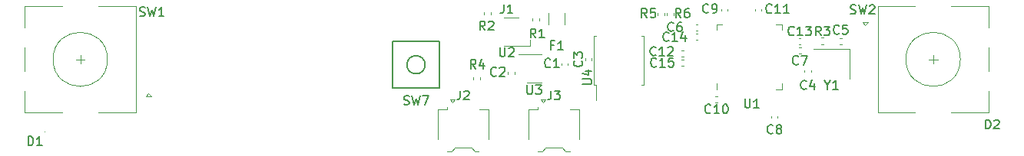
<source format=gbr>
%TF.GenerationSoftware,KiCad,Pcbnew,(7.0.0)*%
%TF.CreationDate,2023-02-23T19:51:54-08:00*%
%TF.ProjectId,4k-mania-keypad,346b2d6d-616e-4696-912d-6b6579706164,rev?*%
%TF.SameCoordinates,PX5ac6868PY7028288*%
%TF.FileFunction,Legend,Top*%
%TF.FilePolarity,Positive*%
%FSLAX46Y46*%
G04 Gerber Fmt 4.6, Leading zero omitted, Abs format (unit mm)*
G04 Created by KiCad (PCBNEW (7.0.0)) date 2023-02-23 19:51:54*
%MOMM*%
%LPD*%
G01*
G04 APERTURE LIST*
%ADD10C,0.150000*%
%ADD11C,0.120000*%
%ADD12C,0.100000*%
G04 APERTURE END LIST*
D10*
%TO.C,R4*%
X52404469Y29578551D02*
X52071136Y30054741D01*
X51833041Y29578551D02*
X51833041Y30578551D01*
X51833041Y30578551D02*
X52213993Y30578551D01*
X52213993Y30578551D02*
X52309231Y30530931D01*
X52309231Y30530931D02*
X52356850Y30483312D01*
X52356850Y30483312D02*
X52404469Y30388074D01*
X52404469Y30388074D02*
X52404469Y30245217D01*
X52404469Y30245217D02*
X52356850Y30149979D01*
X52356850Y30149979D02*
X52309231Y30102360D01*
X52309231Y30102360D02*
X52213993Y30054741D01*
X52213993Y30054741D02*
X51833041Y30054741D01*
X53261612Y30245217D02*
X53261612Y29578551D01*
X53023517Y30626170D02*
X52785422Y29911884D01*
X52785422Y29911884D02*
X53404469Y29911884D01*
%TO.C,R5*%
X71261044Y35239887D02*
X70927711Y35716077D01*
X70689616Y35239887D02*
X70689616Y36239887D01*
X70689616Y36239887D02*
X71070568Y36239887D01*
X71070568Y36239887D02*
X71165806Y36192267D01*
X71165806Y36192267D02*
X71213425Y36144648D01*
X71213425Y36144648D02*
X71261044Y36049410D01*
X71261044Y36049410D02*
X71261044Y35906553D01*
X71261044Y35906553D02*
X71213425Y35811315D01*
X71213425Y35811315D02*
X71165806Y35763696D01*
X71165806Y35763696D02*
X71070568Y35716077D01*
X71070568Y35716077D02*
X70689616Y35716077D01*
X72165806Y36239887D02*
X71689616Y36239887D01*
X71689616Y36239887D02*
X71641997Y35763696D01*
X71641997Y35763696D02*
X71689616Y35811315D01*
X71689616Y35811315D02*
X71784854Y35858934D01*
X71784854Y35858934D02*
X72022949Y35858934D01*
X72022949Y35858934D02*
X72118187Y35811315D01*
X72118187Y35811315D02*
X72165806Y35763696D01*
X72165806Y35763696D02*
X72213425Y35668458D01*
X72213425Y35668458D02*
X72213425Y35430363D01*
X72213425Y35430363D02*
X72165806Y35335125D01*
X72165806Y35335125D02*
X72118187Y35287506D01*
X72118187Y35287506D02*
X72022949Y35239887D01*
X72022949Y35239887D02*
X71784854Y35239887D01*
X71784854Y35239887D02*
X71689616Y35287506D01*
X71689616Y35287506D02*
X71641997Y35335125D01*
%TO.C,J3*%
X60681666Y27137620D02*
X60681666Y26423334D01*
X60681666Y26423334D02*
X60634047Y26280477D01*
X60634047Y26280477D02*
X60538809Y26185239D01*
X60538809Y26185239D02*
X60395952Y26137620D01*
X60395952Y26137620D02*
X60300714Y26137620D01*
X61062619Y27137620D02*
X61681666Y27137620D01*
X61681666Y27137620D02*
X61348333Y26756667D01*
X61348333Y26756667D02*
X61491190Y26756667D01*
X61491190Y26756667D02*
X61586428Y26709048D01*
X61586428Y26709048D02*
X61634047Y26661429D01*
X61634047Y26661429D02*
X61681666Y26566191D01*
X61681666Y26566191D02*
X61681666Y26328096D01*
X61681666Y26328096D02*
X61634047Y26232858D01*
X61634047Y26232858D02*
X61586428Y26185239D01*
X61586428Y26185239D02*
X61491190Y26137620D01*
X61491190Y26137620D02*
X61205476Y26137620D01*
X61205476Y26137620D02*
X61110238Y26185239D01*
X61110238Y26185239D02*
X61062619Y26232858D01*
%TO.C,R1*%
X59010825Y32996873D02*
X58677492Y33473063D01*
X58439397Y32996873D02*
X58439397Y33996873D01*
X58439397Y33996873D02*
X58820349Y33996873D01*
X58820349Y33996873D02*
X58915587Y33949253D01*
X58915587Y33949253D02*
X58963206Y33901634D01*
X58963206Y33901634D02*
X59010825Y33806396D01*
X59010825Y33806396D02*
X59010825Y33663539D01*
X59010825Y33663539D02*
X58963206Y33568301D01*
X58963206Y33568301D02*
X58915587Y33520682D01*
X58915587Y33520682D02*
X58820349Y33473063D01*
X58820349Y33473063D02*
X58439397Y33473063D01*
X59963206Y32996873D02*
X59391778Y32996873D01*
X59677492Y32996873D02*
X59677492Y33996873D01*
X59677492Y33996873D02*
X59582254Y33854015D01*
X59582254Y33854015D02*
X59487016Y33758777D01*
X59487016Y33758777D02*
X59391778Y33711158D01*
%TO.C,C11*%
X85017831Y35811210D02*
X84970212Y35763591D01*
X84970212Y35763591D02*
X84827355Y35715972D01*
X84827355Y35715972D02*
X84732117Y35715972D01*
X84732117Y35715972D02*
X84589260Y35763591D01*
X84589260Y35763591D02*
X84494022Y35858829D01*
X84494022Y35858829D02*
X84446403Y35954067D01*
X84446403Y35954067D02*
X84398784Y36144543D01*
X84398784Y36144543D02*
X84398784Y36287400D01*
X84398784Y36287400D02*
X84446403Y36477876D01*
X84446403Y36477876D02*
X84494022Y36573114D01*
X84494022Y36573114D02*
X84589260Y36668352D01*
X84589260Y36668352D02*
X84732117Y36715972D01*
X84732117Y36715972D02*
X84827355Y36715972D01*
X84827355Y36715972D02*
X84970212Y36668352D01*
X84970212Y36668352D02*
X85017831Y36620733D01*
X85970212Y35715972D02*
X85398784Y35715972D01*
X85684498Y35715972D02*
X85684498Y36715972D01*
X85684498Y36715972D02*
X85589260Y36573114D01*
X85589260Y36573114D02*
X85494022Y36477876D01*
X85494022Y36477876D02*
X85398784Y36430257D01*
X86922593Y35715972D02*
X86351165Y35715972D01*
X86636879Y35715972D02*
X86636879Y36715972D01*
X86636879Y36715972D02*
X86541641Y36573114D01*
X86541641Y36573114D02*
X86446403Y36477876D01*
X86446403Y36477876D02*
X86351165Y36430257D01*
%TO.C,C9*%
X78033121Y35839471D02*
X77985502Y35791852D01*
X77985502Y35791852D02*
X77842645Y35744233D01*
X77842645Y35744233D02*
X77747407Y35744233D01*
X77747407Y35744233D02*
X77604550Y35791852D01*
X77604550Y35791852D02*
X77509312Y35887090D01*
X77509312Y35887090D02*
X77461693Y35982328D01*
X77461693Y35982328D02*
X77414074Y36172804D01*
X77414074Y36172804D02*
X77414074Y36315661D01*
X77414074Y36315661D02*
X77461693Y36506137D01*
X77461693Y36506137D02*
X77509312Y36601375D01*
X77509312Y36601375D02*
X77604550Y36696613D01*
X77604550Y36696613D02*
X77747407Y36744233D01*
X77747407Y36744233D02*
X77842645Y36744233D01*
X77842645Y36744233D02*
X77985502Y36696613D01*
X77985502Y36696613D02*
X78033121Y36648994D01*
X78509312Y35744233D02*
X78699788Y35744233D01*
X78699788Y35744233D02*
X78795026Y35791852D01*
X78795026Y35791852D02*
X78842645Y35839471D01*
X78842645Y35839471D02*
X78937883Y35982328D01*
X78937883Y35982328D02*
X78985502Y36172804D01*
X78985502Y36172804D02*
X78985502Y36553756D01*
X78985502Y36553756D02*
X78937883Y36648994D01*
X78937883Y36648994D02*
X78890264Y36696613D01*
X78890264Y36696613D02*
X78795026Y36744233D01*
X78795026Y36744233D02*
X78604550Y36744233D01*
X78604550Y36744233D02*
X78509312Y36696613D01*
X78509312Y36696613D02*
X78461693Y36648994D01*
X78461693Y36648994D02*
X78414074Y36553756D01*
X78414074Y36553756D02*
X78414074Y36315661D01*
X78414074Y36315661D02*
X78461693Y36220423D01*
X78461693Y36220423D02*
X78509312Y36172804D01*
X78509312Y36172804D02*
X78604550Y36125185D01*
X78604550Y36125185D02*
X78795026Y36125185D01*
X78795026Y36125185D02*
X78890264Y36172804D01*
X78890264Y36172804D02*
X78937883Y36220423D01*
X78937883Y36220423D02*
X78985502Y36315661D01*
%TO.C,C6*%
X74190586Y33798693D02*
X74142967Y33751074D01*
X74142967Y33751074D02*
X74000110Y33703455D01*
X74000110Y33703455D02*
X73904872Y33703455D01*
X73904872Y33703455D02*
X73762015Y33751074D01*
X73762015Y33751074D02*
X73666777Y33846312D01*
X73666777Y33846312D02*
X73619158Y33941550D01*
X73619158Y33941550D02*
X73571539Y34132026D01*
X73571539Y34132026D02*
X73571539Y34274883D01*
X73571539Y34274883D02*
X73619158Y34465359D01*
X73619158Y34465359D02*
X73666777Y34560597D01*
X73666777Y34560597D02*
X73762015Y34655835D01*
X73762015Y34655835D02*
X73904872Y34703455D01*
X73904872Y34703455D02*
X74000110Y34703455D01*
X74000110Y34703455D02*
X74142967Y34655835D01*
X74142967Y34655835D02*
X74190586Y34608216D01*
X75047729Y34703455D02*
X74857253Y34703455D01*
X74857253Y34703455D02*
X74762015Y34655835D01*
X74762015Y34655835D02*
X74714396Y34608216D01*
X74714396Y34608216D02*
X74619158Y34465359D01*
X74619158Y34465359D02*
X74571539Y34274883D01*
X74571539Y34274883D02*
X74571539Y33893931D01*
X74571539Y33893931D02*
X74619158Y33798693D01*
X74619158Y33798693D02*
X74666777Y33751074D01*
X74666777Y33751074D02*
X74762015Y33703455D01*
X74762015Y33703455D02*
X74952491Y33703455D01*
X74952491Y33703455D02*
X75047729Y33751074D01*
X75047729Y33751074D02*
X75095348Y33798693D01*
X75095348Y33798693D02*
X75142967Y33893931D01*
X75142967Y33893931D02*
X75142967Y34132026D01*
X75142967Y34132026D02*
X75095348Y34227264D01*
X75095348Y34227264D02*
X75047729Y34274883D01*
X75047729Y34274883D02*
X74952491Y34322502D01*
X74952491Y34322502D02*
X74762015Y34322502D01*
X74762015Y34322502D02*
X74666777Y34274883D01*
X74666777Y34274883D02*
X74619158Y34227264D01*
X74619158Y34227264D02*
X74571539Y34132026D01*
%TO.C,SW1*%
X15358594Y35424404D02*
X15501451Y35376785D01*
X15501451Y35376785D02*
X15739546Y35376785D01*
X15739546Y35376785D02*
X15834784Y35424404D01*
X15834784Y35424404D02*
X15882403Y35472023D01*
X15882403Y35472023D02*
X15930022Y35567261D01*
X15930022Y35567261D02*
X15930022Y35662499D01*
X15930022Y35662499D02*
X15882403Y35757737D01*
X15882403Y35757737D02*
X15834784Y35805356D01*
X15834784Y35805356D02*
X15739546Y35852975D01*
X15739546Y35852975D02*
X15549070Y35900594D01*
X15549070Y35900594D02*
X15453832Y35948213D01*
X15453832Y35948213D02*
X15406213Y35995832D01*
X15406213Y35995832D02*
X15358594Y36091070D01*
X15358594Y36091070D02*
X15358594Y36186308D01*
X15358594Y36186308D02*
X15406213Y36281546D01*
X15406213Y36281546D02*
X15453832Y36329165D01*
X15453832Y36329165D02*
X15549070Y36376785D01*
X15549070Y36376785D02*
X15787165Y36376785D01*
X15787165Y36376785D02*
X15930022Y36329165D01*
X16263356Y36376785D02*
X16501451Y35376785D01*
X16501451Y35376785D02*
X16691927Y36091070D01*
X16691927Y36091070D02*
X16882403Y35376785D01*
X16882403Y35376785D02*
X17120499Y36376785D01*
X18025260Y35376785D02*
X17453832Y35376785D01*
X17739546Y35376785D02*
X17739546Y36376785D01*
X17739546Y36376785D02*
X17644308Y36233927D01*
X17644308Y36233927D02*
X17549070Y36138689D01*
X17549070Y36138689D02*
X17453832Y36091070D01*
%TO.C,C8*%
X85151349Y22465203D02*
X85103730Y22417584D01*
X85103730Y22417584D02*
X84960873Y22369965D01*
X84960873Y22369965D02*
X84865635Y22369965D01*
X84865635Y22369965D02*
X84722778Y22417584D01*
X84722778Y22417584D02*
X84627540Y22512822D01*
X84627540Y22512822D02*
X84579921Y22608060D01*
X84579921Y22608060D02*
X84532302Y22798536D01*
X84532302Y22798536D02*
X84532302Y22941393D01*
X84532302Y22941393D02*
X84579921Y23131869D01*
X84579921Y23131869D02*
X84627540Y23227107D01*
X84627540Y23227107D02*
X84722778Y23322345D01*
X84722778Y23322345D02*
X84865635Y23369965D01*
X84865635Y23369965D02*
X84960873Y23369965D01*
X84960873Y23369965D02*
X85103730Y23322345D01*
X85103730Y23322345D02*
X85151349Y23274726D01*
X85722778Y22941393D02*
X85627540Y22989012D01*
X85627540Y22989012D02*
X85579921Y23036631D01*
X85579921Y23036631D02*
X85532302Y23131869D01*
X85532302Y23131869D02*
X85532302Y23179488D01*
X85532302Y23179488D02*
X85579921Y23274726D01*
X85579921Y23274726D02*
X85627540Y23322345D01*
X85627540Y23322345D02*
X85722778Y23369965D01*
X85722778Y23369965D02*
X85913254Y23369965D01*
X85913254Y23369965D02*
X86008492Y23322345D01*
X86008492Y23322345D02*
X86056111Y23274726D01*
X86056111Y23274726D02*
X86103730Y23179488D01*
X86103730Y23179488D02*
X86103730Y23131869D01*
X86103730Y23131869D02*
X86056111Y23036631D01*
X86056111Y23036631D02*
X86008492Y22989012D01*
X86008492Y22989012D02*
X85913254Y22941393D01*
X85913254Y22941393D02*
X85722778Y22941393D01*
X85722778Y22941393D02*
X85627540Y22893774D01*
X85627540Y22893774D02*
X85579921Y22846155D01*
X85579921Y22846155D02*
X85532302Y22750917D01*
X85532302Y22750917D02*
X85532302Y22560441D01*
X85532302Y22560441D02*
X85579921Y22465203D01*
X85579921Y22465203D02*
X85627540Y22417584D01*
X85627540Y22417584D02*
X85722778Y22369965D01*
X85722778Y22369965D02*
X85913254Y22369965D01*
X85913254Y22369965D02*
X86008492Y22417584D01*
X86008492Y22417584D02*
X86056111Y22465203D01*
X86056111Y22465203D02*
X86103730Y22560441D01*
X86103730Y22560441D02*
X86103730Y22750917D01*
X86103730Y22750917D02*
X86056111Y22846155D01*
X86056111Y22846155D02*
X86008492Y22893774D01*
X86008492Y22893774D02*
X85913254Y22941393D01*
%TO.C,SW2*%
X93711102Y35678753D02*
X93853959Y35631134D01*
X93853959Y35631134D02*
X94092054Y35631134D01*
X94092054Y35631134D02*
X94187292Y35678753D01*
X94187292Y35678753D02*
X94234911Y35726372D01*
X94234911Y35726372D02*
X94282530Y35821610D01*
X94282530Y35821610D02*
X94282530Y35916848D01*
X94282530Y35916848D02*
X94234911Y36012086D01*
X94234911Y36012086D02*
X94187292Y36059705D01*
X94187292Y36059705D02*
X94092054Y36107324D01*
X94092054Y36107324D02*
X93901578Y36154943D01*
X93901578Y36154943D02*
X93806340Y36202562D01*
X93806340Y36202562D02*
X93758721Y36250181D01*
X93758721Y36250181D02*
X93711102Y36345419D01*
X93711102Y36345419D02*
X93711102Y36440657D01*
X93711102Y36440657D02*
X93758721Y36535895D01*
X93758721Y36535895D02*
X93806340Y36583514D01*
X93806340Y36583514D02*
X93901578Y36631134D01*
X93901578Y36631134D02*
X94139673Y36631134D01*
X94139673Y36631134D02*
X94282530Y36583514D01*
X94615864Y36631134D02*
X94853959Y35631134D01*
X94853959Y35631134D02*
X95044435Y36345419D01*
X95044435Y36345419D02*
X95234911Y35631134D01*
X95234911Y35631134D02*
X95473007Y36631134D01*
X95806340Y36535895D02*
X95853959Y36583514D01*
X95853959Y36583514D02*
X95949197Y36631134D01*
X95949197Y36631134D02*
X96187292Y36631134D01*
X96187292Y36631134D02*
X96282530Y36583514D01*
X96282530Y36583514D02*
X96330149Y36535895D01*
X96330149Y36535895D02*
X96377768Y36440657D01*
X96377768Y36440657D02*
X96377768Y36345419D01*
X96377768Y36345419D02*
X96330149Y36202562D01*
X96330149Y36202562D02*
X95758721Y35631134D01*
X95758721Y35631134D02*
X96377768Y35631134D01*
%TO.C,C2*%
X54648333Y28832858D02*
X54600714Y28785239D01*
X54600714Y28785239D02*
X54457857Y28737620D01*
X54457857Y28737620D02*
X54362619Y28737620D01*
X54362619Y28737620D02*
X54219762Y28785239D01*
X54219762Y28785239D02*
X54124524Y28880477D01*
X54124524Y28880477D02*
X54076905Y28975715D01*
X54076905Y28975715D02*
X54029286Y29166191D01*
X54029286Y29166191D02*
X54029286Y29309048D01*
X54029286Y29309048D02*
X54076905Y29499524D01*
X54076905Y29499524D02*
X54124524Y29594762D01*
X54124524Y29594762D02*
X54219762Y29690000D01*
X54219762Y29690000D02*
X54362619Y29737620D01*
X54362619Y29737620D02*
X54457857Y29737620D01*
X54457857Y29737620D02*
X54600714Y29690000D01*
X54600714Y29690000D02*
X54648333Y29642381D01*
X55029286Y29642381D02*
X55076905Y29690000D01*
X55076905Y29690000D02*
X55172143Y29737620D01*
X55172143Y29737620D02*
X55410238Y29737620D01*
X55410238Y29737620D02*
X55505476Y29690000D01*
X55505476Y29690000D02*
X55553095Y29642381D01*
X55553095Y29642381D02*
X55600714Y29547143D01*
X55600714Y29547143D02*
X55600714Y29451905D01*
X55600714Y29451905D02*
X55553095Y29309048D01*
X55553095Y29309048D02*
X54981667Y28737620D01*
X54981667Y28737620D02*
X55600714Y28737620D01*
%TO.C,C4*%
X88837952Y27381775D02*
X88790333Y27334156D01*
X88790333Y27334156D02*
X88647476Y27286537D01*
X88647476Y27286537D02*
X88552238Y27286537D01*
X88552238Y27286537D02*
X88409381Y27334156D01*
X88409381Y27334156D02*
X88314143Y27429394D01*
X88314143Y27429394D02*
X88266524Y27524632D01*
X88266524Y27524632D02*
X88218905Y27715108D01*
X88218905Y27715108D02*
X88218905Y27857965D01*
X88218905Y27857965D02*
X88266524Y28048441D01*
X88266524Y28048441D02*
X88314143Y28143679D01*
X88314143Y28143679D02*
X88409381Y28238917D01*
X88409381Y28238917D02*
X88552238Y28286537D01*
X88552238Y28286537D02*
X88647476Y28286537D01*
X88647476Y28286537D02*
X88790333Y28238917D01*
X88790333Y28238917D02*
X88837952Y28191298D01*
X89695095Y27953203D02*
X89695095Y27286537D01*
X89457000Y28334156D02*
X89218905Y27619870D01*
X89218905Y27619870D02*
X89837952Y27619870D01*
%TO.C,C13*%
X87472142Y33332858D02*
X87424523Y33285239D01*
X87424523Y33285239D02*
X87281666Y33237620D01*
X87281666Y33237620D02*
X87186428Y33237620D01*
X87186428Y33237620D02*
X87043571Y33285239D01*
X87043571Y33285239D02*
X86948333Y33380477D01*
X86948333Y33380477D02*
X86900714Y33475715D01*
X86900714Y33475715D02*
X86853095Y33666191D01*
X86853095Y33666191D02*
X86853095Y33809048D01*
X86853095Y33809048D02*
X86900714Y33999524D01*
X86900714Y33999524D02*
X86948333Y34094762D01*
X86948333Y34094762D02*
X87043571Y34190000D01*
X87043571Y34190000D02*
X87186428Y34237620D01*
X87186428Y34237620D02*
X87281666Y34237620D01*
X87281666Y34237620D02*
X87424523Y34190000D01*
X87424523Y34190000D02*
X87472142Y34142381D01*
X88424523Y33237620D02*
X87853095Y33237620D01*
X88138809Y33237620D02*
X88138809Y34237620D01*
X88138809Y34237620D02*
X88043571Y34094762D01*
X88043571Y34094762D02*
X87948333Y33999524D01*
X87948333Y33999524D02*
X87853095Y33951905D01*
X88757857Y34237620D02*
X89376904Y34237620D01*
X89376904Y34237620D02*
X89043571Y33856667D01*
X89043571Y33856667D02*
X89186428Y33856667D01*
X89186428Y33856667D02*
X89281666Y33809048D01*
X89281666Y33809048D02*
X89329285Y33761429D01*
X89329285Y33761429D02*
X89376904Y33666191D01*
X89376904Y33666191D02*
X89376904Y33428096D01*
X89376904Y33428096D02*
X89329285Y33332858D01*
X89329285Y33332858D02*
X89281666Y33285239D01*
X89281666Y33285239D02*
X89186428Y33237620D01*
X89186428Y33237620D02*
X88900714Y33237620D01*
X88900714Y33237620D02*
X88805476Y33285239D01*
X88805476Y33285239D02*
X88757857Y33332858D01*
%TO.C,U1*%
X82053095Y26237620D02*
X82053095Y25428096D01*
X82053095Y25428096D02*
X82100714Y25332858D01*
X82100714Y25332858D02*
X82148333Y25285239D01*
X82148333Y25285239D02*
X82243571Y25237620D01*
X82243571Y25237620D02*
X82434047Y25237620D01*
X82434047Y25237620D02*
X82529285Y25285239D01*
X82529285Y25285239D02*
X82576904Y25332858D01*
X82576904Y25332858D02*
X82624523Y25428096D01*
X82624523Y25428096D02*
X82624523Y26237620D01*
X83624523Y25237620D02*
X83053095Y25237620D01*
X83338809Y25237620D02*
X83338809Y26237620D01*
X83338809Y26237620D02*
X83243571Y26094762D01*
X83243571Y26094762D02*
X83148333Y25999524D01*
X83148333Y25999524D02*
X83053095Y25951905D01*
%TO.C,C1*%
X60615547Y29800415D02*
X60567928Y29752796D01*
X60567928Y29752796D02*
X60425071Y29705177D01*
X60425071Y29705177D02*
X60329833Y29705177D01*
X60329833Y29705177D02*
X60186976Y29752796D01*
X60186976Y29752796D02*
X60091738Y29848034D01*
X60091738Y29848034D02*
X60044119Y29943272D01*
X60044119Y29943272D02*
X59996500Y30133748D01*
X59996500Y30133748D02*
X59996500Y30276605D01*
X59996500Y30276605D02*
X60044119Y30467081D01*
X60044119Y30467081D02*
X60091738Y30562319D01*
X60091738Y30562319D02*
X60186976Y30657557D01*
X60186976Y30657557D02*
X60329833Y30705177D01*
X60329833Y30705177D02*
X60425071Y30705177D01*
X60425071Y30705177D02*
X60567928Y30657557D01*
X60567928Y30657557D02*
X60615547Y30609938D01*
X61567928Y29705177D02*
X60996500Y29705177D01*
X61282214Y29705177D02*
X61282214Y30705177D01*
X61282214Y30705177D02*
X61186976Y30562319D01*
X61186976Y30562319D02*
X61091738Y30467081D01*
X61091738Y30467081D02*
X60996500Y30419462D01*
%TO.C,U2*%
X55053095Y31913784D02*
X55053095Y31104260D01*
X55053095Y31104260D02*
X55100714Y31009022D01*
X55100714Y31009022D02*
X55148333Y30961403D01*
X55148333Y30961403D02*
X55243571Y30913784D01*
X55243571Y30913784D02*
X55434047Y30913784D01*
X55434047Y30913784D02*
X55529285Y30961403D01*
X55529285Y30961403D02*
X55576904Y31009022D01*
X55576904Y31009022D02*
X55624523Y31104260D01*
X55624523Y31104260D02*
X55624523Y31913784D01*
X56053095Y31818545D02*
X56100714Y31866164D01*
X56100714Y31866164D02*
X56195952Y31913784D01*
X56195952Y31913784D02*
X56434047Y31913784D01*
X56434047Y31913784D02*
X56529285Y31866164D01*
X56529285Y31866164D02*
X56576904Y31818545D01*
X56576904Y31818545D02*
X56624523Y31723307D01*
X56624523Y31723307D02*
X56624523Y31628069D01*
X56624523Y31628069D02*
X56576904Y31485212D01*
X56576904Y31485212D02*
X56005476Y30913784D01*
X56005476Y30913784D02*
X56624523Y30913784D01*
%TO.C,C12*%
X72249696Y31083203D02*
X72202077Y31035584D01*
X72202077Y31035584D02*
X72059220Y30987965D01*
X72059220Y30987965D02*
X71963982Y30987965D01*
X71963982Y30987965D02*
X71821125Y31035584D01*
X71821125Y31035584D02*
X71725887Y31130822D01*
X71725887Y31130822D02*
X71678268Y31226060D01*
X71678268Y31226060D02*
X71630649Y31416536D01*
X71630649Y31416536D02*
X71630649Y31559393D01*
X71630649Y31559393D02*
X71678268Y31749869D01*
X71678268Y31749869D02*
X71725887Y31845107D01*
X71725887Y31845107D02*
X71821125Y31940345D01*
X71821125Y31940345D02*
X71963982Y31987965D01*
X71963982Y31987965D02*
X72059220Y31987965D01*
X72059220Y31987965D02*
X72202077Y31940345D01*
X72202077Y31940345D02*
X72249696Y31892726D01*
X73202077Y30987965D02*
X72630649Y30987965D01*
X72916363Y30987965D02*
X72916363Y31987965D01*
X72916363Y31987965D02*
X72821125Y31845107D01*
X72821125Y31845107D02*
X72725887Y31749869D01*
X72725887Y31749869D02*
X72630649Y31702250D01*
X73583030Y31892726D02*
X73630649Y31940345D01*
X73630649Y31940345D02*
X73725887Y31987965D01*
X73725887Y31987965D02*
X73963982Y31987965D01*
X73963982Y31987965D02*
X74059220Y31940345D01*
X74059220Y31940345D02*
X74106839Y31892726D01*
X74106839Y31892726D02*
X74154458Y31797488D01*
X74154458Y31797488D02*
X74154458Y31702250D01*
X74154458Y31702250D02*
X74106839Y31559393D01*
X74106839Y31559393D02*
X73535411Y30987965D01*
X73535411Y30987965D02*
X74154458Y30987965D01*
%TO.C,D1*%
X3076905Y21067620D02*
X3076905Y22067620D01*
X3076905Y22067620D02*
X3315000Y22067620D01*
X3315000Y22067620D02*
X3457857Y22020000D01*
X3457857Y22020000D02*
X3553095Y21924762D01*
X3553095Y21924762D02*
X3600714Y21829524D01*
X3600714Y21829524D02*
X3648333Y21639048D01*
X3648333Y21639048D02*
X3648333Y21496191D01*
X3648333Y21496191D02*
X3600714Y21305715D01*
X3600714Y21305715D02*
X3553095Y21210477D01*
X3553095Y21210477D02*
X3457857Y21115239D01*
X3457857Y21115239D02*
X3315000Y21067620D01*
X3315000Y21067620D02*
X3076905Y21067620D01*
X4600714Y21067620D02*
X4029286Y21067620D01*
X4315000Y21067620D02*
X4315000Y22067620D01*
X4315000Y22067620D02*
X4219762Y21924762D01*
X4219762Y21924762D02*
X4124524Y21829524D01*
X4124524Y21829524D02*
X4029286Y21781905D01*
%TO.C,U4*%
X64182380Y27843096D02*
X64991904Y27843096D01*
X64991904Y27843096D02*
X65087142Y27890715D01*
X65087142Y27890715D02*
X65134761Y27938334D01*
X65134761Y27938334D02*
X65182380Y28033572D01*
X65182380Y28033572D02*
X65182380Y28224048D01*
X65182380Y28224048D02*
X65134761Y28319286D01*
X65134761Y28319286D02*
X65087142Y28366905D01*
X65087142Y28366905D02*
X64991904Y28414524D01*
X64991904Y28414524D02*
X64182380Y28414524D01*
X64515714Y29319286D02*
X65182380Y29319286D01*
X64134761Y29081191D02*
X64849047Y28843096D01*
X64849047Y28843096D02*
X64849047Y29462143D01*
%TO.C,SW7*%
X44481667Y25621239D02*
X44624524Y25573620D01*
X44624524Y25573620D02*
X44862619Y25573620D01*
X44862619Y25573620D02*
X44957857Y25621239D01*
X44957857Y25621239D02*
X45005476Y25668858D01*
X45005476Y25668858D02*
X45053095Y25764096D01*
X45053095Y25764096D02*
X45053095Y25859334D01*
X45053095Y25859334D02*
X45005476Y25954572D01*
X45005476Y25954572D02*
X44957857Y26002191D01*
X44957857Y26002191D02*
X44862619Y26049810D01*
X44862619Y26049810D02*
X44672143Y26097429D01*
X44672143Y26097429D02*
X44576905Y26145048D01*
X44576905Y26145048D02*
X44529286Y26192667D01*
X44529286Y26192667D02*
X44481667Y26287905D01*
X44481667Y26287905D02*
X44481667Y26383143D01*
X44481667Y26383143D02*
X44529286Y26478381D01*
X44529286Y26478381D02*
X44576905Y26526000D01*
X44576905Y26526000D02*
X44672143Y26573620D01*
X44672143Y26573620D02*
X44910238Y26573620D01*
X44910238Y26573620D02*
X45053095Y26526000D01*
X45386429Y26573620D02*
X45624524Y25573620D01*
X45624524Y25573620D02*
X45815000Y26287905D01*
X45815000Y26287905D02*
X46005476Y25573620D01*
X46005476Y25573620D02*
X46243572Y26573620D01*
X46529286Y26573620D02*
X47195952Y26573620D01*
X47195952Y26573620D02*
X46767381Y25573620D01*
%TO.C,U3*%
X58053095Y27737620D02*
X58053095Y26928096D01*
X58053095Y26928096D02*
X58100714Y26832858D01*
X58100714Y26832858D02*
X58148333Y26785239D01*
X58148333Y26785239D02*
X58243571Y26737620D01*
X58243571Y26737620D02*
X58434047Y26737620D01*
X58434047Y26737620D02*
X58529285Y26785239D01*
X58529285Y26785239D02*
X58576904Y26832858D01*
X58576904Y26832858D02*
X58624523Y26928096D01*
X58624523Y26928096D02*
X58624523Y27737620D01*
X59005476Y27737620D02*
X59624523Y27737620D01*
X59624523Y27737620D02*
X59291190Y27356667D01*
X59291190Y27356667D02*
X59434047Y27356667D01*
X59434047Y27356667D02*
X59529285Y27309048D01*
X59529285Y27309048D02*
X59576904Y27261429D01*
X59576904Y27261429D02*
X59624523Y27166191D01*
X59624523Y27166191D02*
X59624523Y26928096D01*
X59624523Y26928096D02*
X59576904Y26832858D01*
X59576904Y26832858D02*
X59529285Y26785239D01*
X59529285Y26785239D02*
X59434047Y26737620D01*
X59434047Y26737620D02*
X59148333Y26737620D01*
X59148333Y26737620D02*
X59053095Y26785239D01*
X59053095Y26785239D02*
X59005476Y26832858D01*
%TO.C,C5*%
X92448333Y33492858D02*
X92400714Y33445239D01*
X92400714Y33445239D02*
X92257857Y33397620D01*
X92257857Y33397620D02*
X92162619Y33397620D01*
X92162619Y33397620D02*
X92019762Y33445239D01*
X92019762Y33445239D02*
X91924524Y33540477D01*
X91924524Y33540477D02*
X91876905Y33635715D01*
X91876905Y33635715D02*
X91829286Y33826191D01*
X91829286Y33826191D02*
X91829286Y33969048D01*
X91829286Y33969048D02*
X91876905Y34159524D01*
X91876905Y34159524D02*
X91924524Y34254762D01*
X91924524Y34254762D02*
X92019762Y34350000D01*
X92019762Y34350000D02*
X92162619Y34397620D01*
X92162619Y34397620D02*
X92257857Y34397620D01*
X92257857Y34397620D02*
X92400714Y34350000D01*
X92400714Y34350000D02*
X92448333Y34302381D01*
X93353095Y34397620D02*
X92876905Y34397620D01*
X92876905Y34397620D02*
X92829286Y33921429D01*
X92829286Y33921429D02*
X92876905Y33969048D01*
X92876905Y33969048D02*
X92972143Y34016667D01*
X92972143Y34016667D02*
X93210238Y34016667D01*
X93210238Y34016667D02*
X93305476Y33969048D01*
X93305476Y33969048D02*
X93353095Y33921429D01*
X93353095Y33921429D02*
X93400714Y33826191D01*
X93400714Y33826191D02*
X93400714Y33588096D01*
X93400714Y33588096D02*
X93353095Y33492858D01*
X93353095Y33492858D02*
X93305476Y33445239D01*
X93305476Y33445239D02*
X93210238Y33397620D01*
X93210238Y33397620D02*
X92972143Y33397620D01*
X92972143Y33397620D02*
X92876905Y33445239D01*
X92876905Y33445239D02*
X92829286Y33492858D01*
%TO.C,J1*%
X55471666Y36697620D02*
X55471666Y35983334D01*
X55471666Y35983334D02*
X55424047Y35840477D01*
X55424047Y35840477D02*
X55328809Y35745239D01*
X55328809Y35745239D02*
X55185952Y35697620D01*
X55185952Y35697620D02*
X55090714Y35697620D01*
X56471666Y35697620D02*
X55900238Y35697620D01*
X56185952Y35697620D02*
X56185952Y36697620D01*
X56185952Y36697620D02*
X56090714Y36554762D01*
X56090714Y36554762D02*
X55995476Y36459524D01*
X55995476Y36459524D02*
X55900238Y36411905D01*
%TO.C,C3*%
X64087142Y30438334D02*
X64134761Y30390715D01*
X64134761Y30390715D02*
X64182380Y30247858D01*
X64182380Y30247858D02*
X64182380Y30152620D01*
X64182380Y30152620D02*
X64134761Y30009763D01*
X64134761Y30009763D02*
X64039523Y29914525D01*
X64039523Y29914525D02*
X63944285Y29866906D01*
X63944285Y29866906D02*
X63753809Y29819287D01*
X63753809Y29819287D02*
X63610952Y29819287D01*
X63610952Y29819287D02*
X63420476Y29866906D01*
X63420476Y29866906D02*
X63325238Y29914525D01*
X63325238Y29914525D02*
X63230000Y30009763D01*
X63230000Y30009763D02*
X63182380Y30152620D01*
X63182380Y30152620D02*
X63182380Y30247858D01*
X63182380Y30247858D02*
X63230000Y30390715D01*
X63230000Y30390715D02*
X63277619Y30438334D01*
X63182380Y30771668D02*
X63182380Y31390715D01*
X63182380Y31390715D02*
X63563333Y31057382D01*
X63563333Y31057382D02*
X63563333Y31200239D01*
X63563333Y31200239D02*
X63610952Y31295477D01*
X63610952Y31295477D02*
X63658571Y31343096D01*
X63658571Y31343096D02*
X63753809Y31390715D01*
X63753809Y31390715D02*
X63991904Y31390715D01*
X63991904Y31390715D02*
X64087142Y31343096D01*
X64087142Y31343096D02*
X64134761Y31295477D01*
X64134761Y31295477D02*
X64182380Y31200239D01*
X64182380Y31200239D02*
X64182380Y30914525D01*
X64182380Y30914525D02*
X64134761Y30819287D01*
X64134761Y30819287D02*
X64087142Y30771668D01*
%TO.C,R3*%
X90448333Y33237620D02*
X90115000Y33713810D01*
X89876905Y33237620D02*
X89876905Y34237620D01*
X89876905Y34237620D02*
X90257857Y34237620D01*
X90257857Y34237620D02*
X90353095Y34190000D01*
X90353095Y34190000D02*
X90400714Y34142381D01*
X90400714Y34142381D02*
X90448333Y34047143D01*
X90448333Y34047143D02*
X90448333Y33904286D01*
X90448333Y33904286D02*
X90400714Y33809048D01*
X90400714Y33809048D02*
X90353095Y33761429D01*
X90353095Y33761429D02*
X90257857Y33713810D01*
X90257857Y33713810D02*
X89876905Y33713810D01*
X90781667Y34237620D02*
X91400714Y34237620D01*
X91400714Y34237620D02*
X91067381Y33856667D01*
X91067381Y33856667D02*
X91210238Y33856667D01*
X91210238Y33856667D02*
X91305476Y33809048D01*
X91305476Y33809048D02*
X91353095Y33761429D01*
X91353095Y33761429D02*
X91400714Y33666191D01*
X91400714Y33666191D02*
X91400714Y33428096D01*
X91400714Y33428096D02*
X91353095Y33332858D01*
X91353095Y33332858D02*
X91305476Y33285239D01*
X91305476Y33285239D02*
X91210238Y33237620D01*
X91210238Y33237620D02*
X90924524Y33237620D01*
X90924524Y33237620D02*
X90829286Y33285239D01*
X90829286Y33285239D02*
X90781667Y33332858D01*
%TO.C,D2*%
X108576905Y22907620D02*
X108576905Y23907620D01*
X108576905Y23907620D02*
X108815000Y23907620D01*
X108815000Y23907620D02*
X108957857Y23860000D01*
X108957857Y23860000D02*
X109053095Y23764762D01*
X109053095Y23764762D02*
X109100714Y23669524D01*
X109100714Y23669524D02*
X109148333Y23479048D01*
X109148333Y23479048D02*
X109148333Y23336191D01*
X109148333Y23336191D02*
X109100714Y23145715D01*
X109100714Y23145715D02*
X109053095Y23050477D01*
X109053095Y23050477D02*
X108957857Y22955239D01*
X108957857Y22955239D02*
X108815000Y22907620D01*
X108815000Y22907620D02*
X108576905Y22907620D01*
X109529286Y23812381D02*
X109576905Y23860000D01*
X109576905Y23860000D02*
X109672143Y23907620D01*
X109672143Y23907620D02*
X109910238Y23907620D01*
X109910238Y23907620D02*
X110005476Y23860000D01*
X110005476Y23860000D02*
X110053095Y23812381D01*
X110053095Y23812381D02*
X110100714Y23717143D01*
X110100714Y23717143D02*
X110100714Y23621905D01*
X110100714Y23621905D02*
X110053095Y23479048D01*
X110053095Y23479048D02*
X109481667Y22907620D01*
X109481667Y22907620D02*
X110100714Y22907620D01*
%TO.C,C14*%
X73672072Y32711878D02*
X73624453Y32664259D01*
X73624453Y32664259D02*
X73481596Y32616640D01*
X73481596Y32616640D02*
X73386358Y32616640D01*
X73386358Y32616640D02*
X73243501Y32664259D01*
X73243501Y32664259D02*
X73148263Y32759497D01*
X73148263Y32759497D02*
X73100644Y32854735D01*
X73100644Y32854735D02*
X73053025Y33045211D01*
X73053025Y33045211D02*
X73053025Y33188068D01*
X73053025Y33188068D02*
X73100644Y33378544D01*
X73100644Y33378544D02*
X73148263Y33473782D01*
X73148263Y33473782D02*
X73243501Y33569020D01*
X73243501Y33569020D02*
X73386358Y33616640D01*
X73386358Y33616640D02*
X73481596Y33616640D01*
X73481596Y33616640D02*
X73624453Y33569020D01*
X73624453Y33569020D02*
X73672072Y33521401D01*
X74624453Y32616640D02*
X74053025Y32616640D01*
X74338739Y32616640D02*
X74338739Y33616640D01*
X74338739Y33616640D02*
X74243501Y33473782D01*
X74243501Y33473782D02*
X74148263Y33378544D01*
X74148263Y33378544D02*
X74053025Y33330925D01*
X75481596Y33283306D02*
X75481596Y32616640D01*
X75243501Y33664259D02*
X75005406Y32949973D01*
X75005406Y32949973D02*
X75624453Y32949973D01*
%TO.C,C10*%
X78283765Y24714201D02*
X78236146Y24666582D01*
X78236146Y24666582D02*
X78093289Y24618963D01*
X78093289Y24618963D02*
X77998051Y24618963D01*
X77998051Y24618963D02*
X77855194Y24666582D01*
X77855194Y24666582D02*
X77759956Y24761820D01*
X77759956Y24761820D02*
X77712337Y24857058D01*
X77712337Y24857058D02*
X77664718Y25047534D01*
X77664718Y25047534D02*
X77664718Y25190391D01*
X77664718Y25190391D02*
X77712337Y25380867D01*
X77712337Y25380867D02*
X77759956Y25476105D01*
X77759956Y25476105D02*
X77855194Y25571343D01*
X77855194Y25571343D02*
X77998051Y25618963D01*
X77998051Y25618963D02*
X78093289Y25618963D01*
X78093289Y25618963D02*
X78236146Y25571343D01*
X78236146Y25571343D02*
X78283765Y25523724D01*
X79236146Y24618963D02*
X78664718Y24618963D01*
X78950432Y24618963D02*
X78950432Y25618963D01*
X78950432Y25618963D02*
X78855194Y25476105D01*
X78855194Y25476105D02*
X78759956Y25380867D01*
X78759956Y25380867D02*
X78664718Y25333248D01*
X79855194Y25618963D02*
X79950432Y25618963D01*
X79950432Y25618963D02*
X80045670Y25571343D01*
X80045670Y25571343D02*
X80093289Y25523724D01*
X80093289Y25523724D02*
X80140908Y25428486D01*
X80140908Y25428486D02*
X80188527Y25238010D01*
X80188527Y25238010D02*
X80188527Y24999915D01*
X80188527Y24999915D02*
X80140908Y24809439D01*
X80140908Y24809439D02*
X80093289Y24714201D01*
X80093289Y24714201D02*
X80045670Y24666582D01*
X80045670Y24666582D02*
X79950432Y24618963D01*
X79950432Y24618963D02*
X79855194Y24618963D01*
X79855194Y24618963D02*
X79759956Y24666582D01*
X79759956Y24666582D02*
X79712337Y24714201D01*
X79712337Y24714201D02*
X79664718Y24809439D01*
X79664718Y24809439D02*
X79617099Y24999915D01*
X79617099Y24999915D02*
X79617099Y25238010D01*
X79617099Y25238010D02*
X79664718Y25428486D01*
X79664718Y25428486D02*
X79712337Y25523724D01*
X79712337Y25523724D02*
X79759956Y25571343D01*
X79759956Y25571343D02*
X79855194Y25618963D01*
%TO.C,F1*%
X60990212Y32169758D02*
X60656879Y32169758D01*
X60656879Y31645949D02*
X60656879Y32645949D01*
X60656879Y32645949D02*
X61133069Y32645949D01*
X62037831Y31645949D02*
X61466403Y31645949D01*
X61752117Y31645949D02*
X61752117Y32645949D01*
X61752117Y32645949D02*
X61656879Y32503091D01*
X61656879Y32503091D02*
X61561641Y32407853D01*
X61561641Y32407853D02*
X61466403Y32360234D01*
%TO.C,C7*%
X87945857Y30114402D02*
X87898238Y30066783D01*
X87898238Y30066783D02*
X87755381Y30019164D01*
X87755381Y30019164D02*
X87660143Y30019164D01*
X87660143Y30019164D02*
X87517286Y30066783D01*
X87517286Y30066783D02*
X87422048Y30162021D01*
X87422048Y30162021D02*
X87374429Y30257259D01*
X87374429Y30257259D02*
X87326810Y30447735D01*
X87326810Y30447735D02*
X87326810Y30590592D01*
X87326810Y30590592D02*
X87374429Y30781068D01*
X87374429Y30781068D02*
X87422048Y30876306D01*
X87422048Y30876306D02*
X87517286Y30971544D01*
X87517286Y30971544D02*
X87660143Y31019164D01*
X87660143Y31019164D02*
X87755381Y31019164D01*
X87755381Y31019164D02*
X87898238Y30971544D01*
X87898238Y30971544D02*
X87945857Y30923925D01*
X88279191Y31019164D02*
X88945857Y31019164D01*
X88945857Y31019164D02*
X88517286Y30019164D01*
%TO.C,Y1*%
X91138809Y27763810D02*
X91138809Y27287620D01*
X90805476Y28287620D02*
X91138809Y27763810D01*
X91138809Y27763810D02*
X91472142Y28287620D01*
X92329285Y27287620D02*
X91757857Y27287620D01*
X92043571Y27287620D02*
X92043571Y28287620D01*
X92043571Y28287620D02*
X91948333Y28144762D01*
X91948333Y28144762D02*
X91853095Y28049524D01*
X91853095Y28049524D02*
X91757857Y28001905D01*
%TO.C,J2*%
X50681666Y27137620D02*
X50681666Y26423334D01*
X50681666Y26423334D02*
X50634047Y26280477D01*
X50634047Y26280477D02*
X50538809Y26185239D01*
X50538809Y26185239D02*
X50395952Y26137620D01*
X50395952Y26137620D02*
X50300714Y26137620D01*
X51110238Y27042381D02*
X51157857Y27090000D01*
X51157857Y27090000D02*
X51253095Y27137620D01*
X51253095Y27137620D02*
X51491190Y27137620D01*
X51491190Y27137620D02*
X51586428Y27090000D01*
X51586428Y27090000D02*
X51634047Y27042381D01*
X51634047Y27042381D02*
X51681666Y26947143D01*
X51681666Y26947143D02*
X51681666Y26851905D01*
X51681666Y26851905D02*
X51634047Y26709048D01*
X51634047Y26709048D02*
X51062619Y26137620D01*
X51062619Y26137620D02*
X51681666Y26137620D01*
%TO.C,C15*%
X72293127Y29856268D02*
X72245508Y29808649D01*
X72245508Y29808649D02*
X72102651Y29761030D01*
X72102651Y29761030D02*
X72007413Y29761030D01*
X72007413Y29761030D02*
X71864556Y29808649D01*
X71864556Y29808649D02*
X71769318Y29903887D01*
X71769318Y29903887D02*
X71721699Y29999125D01*
X71721699Y29999125D02*
X71674080Y30189601D01*
X71674080Y30189601D02*
X71674080Y30332458D01*
X71674080Y30332458D02*
X71721699Y30522934D01*
X71721699Y30522934D02*
X71769318Y30618172D01*
X71769318Y30618172D02*
X71864556Y30713410D01*
X71864556Y30713410D02*
X72007413Y30761030D01*
X72007413Y30761030D02*
X72102651Y30761030D01*
X72102651Y30761030D02*
X72245508Y30713410D01*
X72245508Y30713410D02*
X72293127Y30665791D01*
X73245508Y29761030D02*
X72674080Y29761030D01*
X72959794Y29761030D02*
X72959794Y30761030D01*
X72959794Y30761030D02*
X72864556Y30618172D01*
X72864556Y30618172D02*
X72769318Y30522934D01*
X72769318Y30522934D02*
X72674080Y30475315D01*
X74150270Y30761030D02*
X73674080Y30761030D01*
X73674080Y30761030D02*
X73626461Y30284839D01*
X73626461Y30284839D02*
X73674080Y30332458D01*
X73674080Y30332458D02*
X73769318Y30380077D01*
X73769318Y30380077D02*
X74007413Y30380077D01*
X74007413Y30380077D02*
X74102651Y30332458D01*
X74102651Y30332458D02*
X74150270Y30284839D01*
X74150270Y30284839D02*
X74197889Y30189601D01*
X74197889Y30189601D02*
X74197889Y29951506D01*
X74197889Y29951506D02*
X74150270Y29856268D01*
X74150270Y29856268D02*
X74102651Y29808649D01*
X74102651Y29808649D02*
X74007413Y29761030D01*
X74007413Y29761030D02*
X73769318Y29761030D01*
X73769318Y29761030D02*
X73674080Y29808649D01*
X73674080Y29808649D02*
X73626461Y29856268D01*
%TO.C,R2*%
X53413767Y33841974D02*
X53080434Y34318164D01*
X52842339Y33841974D02*
X52842339Y34841974D01*
X52842339Y34841974D02*
X53223291Y34841974D01*
X53223291Y34841974D02*
X53318529Y34794354D01*
X53318529Y34794354D02*
X53366148Y34746735D01*
X53366148Y34746735D02*
X53413767Y34651497D01*
X53413767Y34651497D02*
X53413767Y34508640D01*
X53413767Y34508640D02*
X53366148Y34413402D01*
X53366148Y34413402D02*
X53318529Y34365783D01*
X53318529Y34365783D02*
X53223291Y34318164D01*
X53223291Y34318164D02*
X52842339Y34318164D01*
X53794720Y34746735D02*
X53842339Y34794354D01*
X53842339Y34794354D02*
X53937577Y34841974D01*
X53937577Y34841974D02*
X54175672Y34841974D01*
X54175672Y34841974D02*
X54270910Y34794354D01*
X54270910Y34794354D02*
X54318529Y34746735D01*
X54318529Y34746735D02*
X54366148Y34651497D01*
X54366148Y34651497D02*
X54366148Y34556259D01*
X54366148Y34556259D02*
X54318529Y34413402D01*
X54318529Y34413402D02*
X53747101Y33841974D01*
X53747101Y33841974D02*
X54366148Y33841974D01*
%TO.C,R6*%
X75013485Y35225314D02*
X74680152Y35701504D01*
X74442057Y35225314D02*
X74442057Y36225314D01*
X74442057Y36225314D02*
X74823009Y36225314D01*
X74823009Y36225314D02*
X74918247Y36177694D01*
X74918247Y36177694D02*
X74965866Y36130075D01*
X74965866Y36130075D02*
X75013485Y36034837D01*
X75013485Y36034837D02*
X75013485Y35891980D01*
X75013485Y35891980D02*
X74965866Y35796742D01*
X74965866Y35796742D02*
X74918247Y35749123D01*
X74918247Y35749123D02*
X74823009Y35701504D01*
X74823009Y35701504D02*
X74442057Y35701504D01*
X75870628Y36225314D02*
X75680152Y36225314D01*
X75680152Y36225314D02*
X75584914Y36177694D01*
X75584914Y36177694D02*
X75537295Y36130075D01*
X75537295Y36130075D02*
X75442057Y35987218D01*
X75442057Y35987218D02*
X75394438Y35796742D01*
X75394438Y35796742D02*
X75394438Y35415790D01*
X75394438Y35415790D02*
X75442057Y35320552D01*
X75442057Y35320552D02*
X75489676Y35272933D01*
X75489676Y35272933D02*
X75584914Y35225314D01*
X75584914Y35225314D02*
X75775390Y35225314D01*
X75775390Y35225314D02*
X75870628Y35272933D01*
X75870628Y35272933D02*
X75918247Y35320552D01*
X75918247Y35320552D02*
X75965866Y35415790D01*
X75965866Y35415790D02*
X75965866Y35653885D01*
X75965866Y35653885D02*
X75918247Y35749123D01*
X75918247Y35749123D02*
X75870628Y35796742D01*
X75870628Y35796742D02*
X75775390Y35844361D01*
X75775390Y35844361D02*
X75584914Y35844361D01*
X75584914Y35844361D02*
X75489676Y35796742D01*
X75489676Y35796742D02*
X75442057Y35749123D01*
X75442057Y35749123D02*
X75394438Y35653885D01*
D11*
%TO.C,R4*%
X52918082Y28635660D02*
X52918082Y28328378D01*
X52158082Y28635660D02*
X52158082Y28328378D01*
%TO.C,R5*%
X73205000Y35758641D02*
X73205000Y35451359D01*
X72445000Y35758641D02*
X72445000Y35451359D01*
%TO.C,J3*%
X58205000Y25095000D02*
X59255000Y25095000D01*
X58205000Y21765000D02*
X58205000Y25095000D01*
X59255000Y25095000D02*
X59255000Y25305000D01*
X59275000Y20375000D02*
X59775000Y20375000D01*
X59565000Y26158553D02*
X59815000Y25805000D01*
X59775000Y20375000D02*
X60075000Y20875000D01*
X59815000Y25805000D02*
X60065000Y26158553D01*
X60065000Y26158553D02*
X59565000Y26158553D01*
X60075000Y20875000D02*
X61955000Y20875000D01*
X61955000Y20875000D02*
X62255000Y20375000D01*
X62255000Y20375000D02*
X62755000Y20375000D01*
X63825000Y25095000D02*
X62775000Y25095000D01*
X63825000Y21765000D02*
X63825000Y25095000D01*
%TO.C,R1*%
X58635000Y34851359D02*
X58635000Y35158641D01*
X59395000Y34851359D02*
X59395000Y35158641D01*
%TO.C,C11*%
X83179949Y35964802D02*
X83179949Y36180474D01*
X83899949Y35964802D02*
X83899949Y36180474D01*
%TO.C,C9*%
X79455000Y35977164D02*
X79455000Y36192836D01*
X80175000Y35977164D02*
X80175000Y36192836D01*
%TO.C,C6*%
X76872836Y33745000D02*
X76657164Y33745000D01*
X76872836Y34465000D02*
X76657164Y34465000D01*
%TO.C,SW1*%
X16615000Y26505000D02*
X16015000Y26505000D01*
X16315000Y26805000D02*
X16615000Y26505000D01*
X16015000Y26505000D02*
X16315000Y26805000D01*
X14915000Y24705000D02*
X14915000Y36505000D01*
X10815000Y24705000D02*
X14915000Y24705000D01*
X10815000Y36505000D02*
X14915000Y36505000D01*
X9315000Y30605000D02*
X8315000Y30605000D01*
X8815000Y30105000D02*
X8815000Y31105000D01*
X6815000Y24705000D02*
X2715000Y24705000D01*
X2715000Y24705000D02*
X2715000Y27105000D01*
X2715000Y29305000D02*
X2715000Y31905000D01*
X2715000Y34105000D02*
X2715000Y36505000D01*
X2715000Y36505000D02*
X6815000Y36505000D01*
X11815000Y30605000D02*
G75*
G03*
X11815000Y30605000I-3000000J0D01*
G01*
%TO.C,C8*%
X85678016Y24345181D02*
X85678016Y24129509D01*
X84958016Y24345181D02*
X84958016Y24129509D01*
%TO.C,SW2*%
X95015000Y34705000D02*
X95615000Y34705000D01*
X95315000Y34405000D02*
X95015000Y34705000D01*
X95615000Y34705000D02*
X95315000Y34405000D01*
X96715000Y36505000D02*
X96715000Y24705000D01*
X100815000Y36505000D02*
X96715000Y36505000D01*
X100815000Y24705000D02*
X96715000Y24705000D01*
X102315000Y30605000D02*
X103315000Y30605000D01*
X102815000Y31105000D02*
X102815000Y30105000D01*
X104815000Y36505000D02*
X108915000Y36505000D01*
X108915000Y36505000D02*
X108915000Y34105000D01*
X108915000Y31905000D02*
X108915000Y29305000D01*
X108915000Y27105000D02*
X108915000Y24705000D01*
X108915000Y24705000D02*
X104815000Y24705000D01*
X105815000Y30605000D02*
G75*
G03*
X105815000Y30605000I-3000000J0D01*
G01*
%TO.C,C2*%
X55955000Y28997164D02*
X55955000Y29212836D01*
X56675000Y28997164D02*
X56675000Y29212836D01*
%TO.C,C4*%
X88649884Y29189584D02*
X88649884Y29405256D01*
X89369884Y29189584D02*
X89369884Y29405256D01*
%TO.C,C13*%
X88007164Y32965000D02*
X88222836Y32965000D01*
X88007164Y32245000D02*
X88222836Y32245000D01*
%TO.C,U1*%
X86150000Y27270000D02*
X85500000Y27270000D01*
X78930000Y27920000D02*
X78930000Y27270000D01*
X86150000Y27920000D02*
X86150000Y27270000D01*
X78930000Y33840000D02*
X78930000Y34490000D01*
X86150000Y33840000D02*
X86150000Y34490000D01*
X78930000Y34490000D02*
X79580000Y34490000D01*
X86150000Y34490000D02*
X85500000Y34490000D01*
%TO.C,C1*%
X61822214Y29964721D02*
X61822214Y30180393D01*
X62542214Y29964721D02*
X62542214Y30180393D01*
%TO.C,U2*%
X58427048Y32121164D02*
X55527048Y32121164D01*
X58427048Y32731164D02*
X58427048Y32121164D01*
X56327048Y35241164D02*
X57127048Y35241164D01*
X56327048Y35241164D02*
X55527048Y35241164D01*
%TO.C,C12*%
X75294831Y30889232D02*
X75079159Y30889232D01*
X75294831Y31609232D02*
X75079159Y31609232D01*
D12*
%TO.C,D1*%
X4955000Y22605000D02*
G75*
G03*
X4955000Y22605000I-50000J0D01*
G01*
D11*
%TO.C,U4*%
X65445000Y27780000D02*
X65705000Y27780000D01*
X65705000Y27780000D02*
X65705000Y26105000D01*
X70895000Y27780000D02*
X70635000Y27780000D01*
X65445000Y30505000D02*
X65445000Y27780000D01*
X65445000Y30505000D02*
X65445000Y33230000D01*
X70895000Y30505000D02*
X70895000Y27780000D01*
X70895000Y30505000D02*
X70895000Y33230000D01*
X65445000Y33230000D02*
X65705000Y33230000D01*
X70895000Y33230000D02*
X70635000Y33230000D01*
D10*
%TO.C,SW7*%
X43215000Y32605000D02*
X48415000Y32605000D01*
X43215000Y27405000D02*
X43215000Y32605000D01*
X48415000Y32605000D02*
X48415000Y27405000D01*
X48415000Y27405000D02*
X43215000Y27405000D01*
X46815000Y30005000D02*
G75*
G03*
X46815000Y30005000I-1000000J0D01*
G01*
D11*
%TO.C,U3*%
X58877500Y31165000D02*
X57077500Y31165000D01*
X58877500Y31165000D02*
X59677500Y31165000D01*
X58877500Y28045000D02*
X58077500Y28045000D01*
X58877500Y28045000D02*
X59677500Y28045000D01*
%TO.C,C5*%
X92507164Y32965000D02*
X92722836Y32965000D01*
X92507164Y32245000D02*
X92722836Y32245000D01*
%TO.C,C3*%
X65175000Y30712836D02*
X65175000Y30497164D01*
X64455000Y30712836D02*
X64455000Y30497164D01*
%TO.C,R3*%
X90768641Y32225000D02*
X90461359Y32225000D01*
X90768641Y32985000D02*
X90461359Y32985000D01*
D12*
%TO.C,D2*%
X108275000Y22105000D02*
G75*
G03*
X108275000Y22105000I-50000J0D01*
G01*
D11*
%TO.C,C14*%
X76872836Y32745000D02*
X76657164Y32745000D01*
X76872836Y33465000D02*
X76657164Y33465000D01*
%TO.C,C10*%
X79034459Y25786343D02*
X78818787Y25786343D01*
X79034459Y26506343D02*
X78818787Y26506343D01*
%TO.C,F1*%
X62225000Y35707064D02*
X62225000Y34502936D01*
X60405000Y35707064D02*
X60405000Y34502936D01*
%TO.C,C7*%
X88027164Y31965000D02*
X88242836Y31965000D01*
X88027164Y31245000D02*
X88242836Y31245000D01*
%TO.C,Y1*%
X93615000Y28455000D02*
X93615000Y31755000D01*
X93615000Y31755000D02*
X89615000Y31755000D01*
%TO.C,J2*%
X48205000Y25095000D02*
X49255000Y25095000D01*
X48205000Y21765000D02*
X48205000Y25095000D01*
X49255000Y25095000D02*
X49255000Y25305000D01*
X49275000Y20375000D02*
X49775000Y20375000D01*
X49565000Y26158553D02*
X49815000Y25805000D01*
X49775000Y20375000D02*
X50075000Y20875000D01*
X49815000Y25805000D02*
X50065000Y26158553D01*
X50065000Y26158553D02*
X49565000Y26158553D01*
X50075000Y20875000D02*
X51955000Y20875000D01*
X51955000Y20875000D02*
X52255000Y20375000D01*
X52255000Y20375000D02*
X52755000Y20375000D01*
X53825000Y25095000D02*
X52775000Y25095000D01*
X53825000Y21765000D02*
X53825000Y25095000D01*
%TO.C,C15*%
X75294831Y29889232D02*
X75079159Y29889232D01*
X75294831Y30609232D02*
X75079159Y30609232D01*
%TO.C,R2*%
X54095000Y35858641D02*
X54095000Y35551359D01*
X53335000Y35858641D02*
X53335000Y35551359D01*
%TO.C,R6*%
X74195000Y35758641D02*
X74195000Y35451359D01*
X73435000Y35758641D02*
X73435000Y35451359D01*
%TD*%
M02*

</source>
